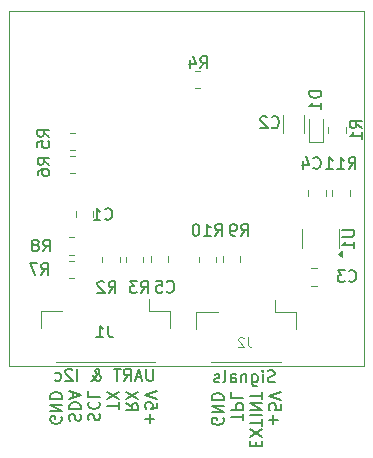
<source format=gbr>
%TF.GenerationSoftware,KiCad,Pcbnew,8.0.6+1*%
%TF.CreationDate,2025-01-11T17:58:48+00:00*%
%TF.ProjectId,TFGPSLITE02,54464750-534c-4495-9445-30322e6b6963,rev?*%
%TF.SameCoordinates,Original*%
%TF.FileFunction,Legend,Bot*%
%TF.FilePolarity,Positive*%
%FSLAX46Y46*%
G04 Gerber Fmt 4.6, Leading zero omitted, Abs format (unit mm)*
G04 Created by KiCad (PCBNEW 8.0.6+1) date 2025-01-11 17:58:48*
%MOMM*%
%LPD*%
G01*
G04 APERTURE LIST*
%ADD10C,0.100000*%
%ADD11C,0.150000*%
%ADD12C,0.120000*%
G04 APERTURE END LIST*
D10*
X121020000Y-95000000D02*
X151020000Y-95000000D01*
X151020000Y-125000000D01*
X121020000Y-125000000D01*
X121020000Y-95000000D01*
D11*
X143350965Y-129948207D02*
X143350965Y-129186303D01*
X142970012Y-129567255D02*
X143731917Y-129567255D01*
X143970012Y-128233922D02*
X143970012Y-128710112D01*
X143970012Y-128710112D02*
X143493822Y-128757731D01*
X143493822Y-128757731D02*
X143541441Y-128710112D01*
X143541441Y-128710112D02*
X143589060Y-128614874D01*
X143589060Y-128614874D02*
X143589060Y-128376779D01*
X143589060Y-128376779D02*
X143541441Y-128281541D01*
X143541441Y-128281541D02*
X143493822Y-128233922D01*
X143493822Y-128233922D02*
X143398584Y-128186303D01*
X143398584Y-128186303D02*
X143160489Y-128186303D01*
X143160489Y-128186303D02*
X143065251Y-128233922D01*
X143065251Y-128233922D02*
X143017632Y-128281541D01*
X143017632Y-128281541D02*
X142970012Y-128376779D01*
X142970012Y-128376779D02*
X142970012Y-128614874D01*
X142970012Y-128614874D02*
X143017632Y-128710112D01*
X143017632Y-128710112D02*
X143065251Y-128757731D01*
X143970012Y-127900588D02*
X142970012Y-127567255D01*
X142970012Y-127567255D02*
X143970012Y-127233922D01*
X141883878Y-131805350D02*
X141883878Y-131472017D01*
X141360068Y-131329160D02*
X141360068Y-131805350D01*
X141360068Y-131805350D02*
X142360068Y-131805350D01*
X142360068Y-131805350D02*
X142360068Y-131329160D01*
X142360068Y-130995826D02*
X141360068Y-130329160D01*
X142360068Y-130329160D02*
X141360068Y-130995826D01*
X142360068Y-130091064D02*
X142360068Y-129519636D01*
X141360068Y-129805350D02*
X142360068Y-129805350D01*
X141360068Y-129186302D02*
X142360068Y-129186302D01*
X141360068Y-128710112D02*
X142360068Y-128710112D01*
X142360068Y-128710112D02*
X141360068Y-128138684D01*
X141360068Y-128138684D02*
X142360068Y-128138684D01*
X142360068Y-127805350D02*
X142360068Y-127233922D01*
X141360068Y-127519636D02*
X142360068Y-127519636D01*
X140750124Y-129614874D02*
X140750124Y-129043446D01*
X139750124Y-129329160D02*
X140750124Y-129329160D01*
X139750124Y-128710112D02*
X140750124Y-128710112D01*
X140750124Y-128710112D02*
X140750124Y-128329160D01*
X140750124Y-128329160D02*
X140702505Y-128233922D01*
X140702505Y-128233922D02*
X140654886Y-128186303D01*
X140654886Y-128186303D02*
X140559648Y-128138684D01*
X140559648Y-128138684D02*
X140416791Y-128138684D01*
X140416791Y-128138684D02*
X140321553Y-128186303D01*
X140321553Y-128186303D02*
X140273934Y-128233922D01*
X140273934Y-128233922D02*
X140226315Y-128329160D01*
X140226315Y-128329160D02*
X140226315Y-128710112D01*
X139750124Y-127233922D02*
X139750124Y-127710112D01*
X139750124Y-127710112D02*
X140750124Y-127710112D01*
X139092561Y-129424398D02*
X139140180Y-129519636D01*
X139140180Y-129519636D02*
X139140180Y-129662493D01*
X139140180Y-129662493D02*
X139092561Y-129805350D01*
X139092561Y-129805350D02*
X138997323Y-129900588D01*
X138997323Y-129900588D02*
X138902085Y-129948207D01*
X138902085Y-129948207D02*
X138711609Y-129995826D01*
X138711609Y-129995826D02*
X138568752Y-129995826D01*
X138568752Y-129995826D02*
X138378276Y-129948207D01*
X138378276Y-129948207D02*
X138283038Y-129900588D01*
X138283038Y-129900588D02*
X138187800Y-129805350D01*
X138187800Y-129805350D02*
X138140180Y-129662493D01*
X138140180Y-129662493D02*
X138140180Y-129567255D01*
X138140180Y-129567255D02*
X138187800Y-129424398D01*
X138187800Y-129424398D02*
X138235419Y-129376779D01*
X138235419Y-129376779D02*
X138568752Y-129376779D01*
X138568752Y-129376779D02*
X138568752Y-129567255D01*
X138140180Y-128948207D02*
X139140180Y-128948207D01*
X139140180Y-128948207D02*
X138140180Y-128376779D01*
X138140180Y-128376779D02*
X139140180Y-128376779D01*
X138140180Y-127900588D02*
X139140180Y-127900588D01*
X139140180Y-127900588D02*
X139140180Y-127662493D01*
X139140180Y-127662493D02*
X139092561Y-127519636D01*
X139092561Y-127519636D02*
X138997323Y-127424398D01*
X138997323Y-127424398D02*
X138902085Y-127376779D01*
X138902085Y-127376779D02*
X138711609Y-127329160D01*
X138711609Y-127329160D02*
X138568752Y-127329160D01*
X138568752Y-127329160D02*
X138378276Y-127376779D01*
X138378276Y-127376779D02*
X138283038Y-127424398D01*
X138283038Y-127424398D02*
X138187800Y-127519636D01*
X138187800Y-127519636D02*
X138140180Y-127662493D01*
X138140180Y-127662493D02*
X138140180Y-127900588D01*
X132890853Y-129848207D02*
X132890853Y-129086303D01*
X132509900Y-129467255D02*
X133271805Y-129467255D01*
X133509900Y-128133922D02*
X133509900Y-128610112D01*
X133509900Y-128610112D02*
X133033710Y-128657731D01*
X133033710Y-128657731D02*
X133081329Y-128610112D01*
X133081329Y-128610112D02*
X133128948Y-128514874D01*
X133128948Y-128514874D02*
X133128948Y-128276779D01*
X133128948Y-128276779D02*
X133081329Y-128181541D01*
X133081329Y-128181541D02*
X133033710Y-128133922D01*
X133033710Y-128133922D02*
X132938472Y-128086303D01*
X132938472Y-128086303D02*
X132700377Y-128086303D01*
X132700377Y-128086303D02*
X132605139Y-128133922D01*
X132605139Y-128133922D02*
X132557520Y-128181541D01*
X132557520Y-128181541D02*
X132509900Y-128276779D01*
X132509900Y-128276779D02*
X132509900Y-128514874D01*
X132509900Y-128514874D02*
X132557520Y-128610112D01*
X132557520Y-128610112D02*
X132605139Y-128657731D01*
X133509900Y-127800588D02*
X132509900Y-127467255D01*
X132509900Y-127467255D02*
X133509900Y-127133922D01*
X130899956Y-128181541D02*
X131376147Y-128514874D01*
X130899956Y-128752969D02*
X131899956Y-128752969D01*
X131899956Y-128752969D02*
X131899956Y-128372017D01*
X131899956Y-128372017D02*
X131852337Y-128276779D01*
X131852337Y-128276779D02*
X131804718Y-128229160D01*
X131804718Y-128229160D02*
X131709480Y-128181541D01*
X131709480Y-128181541D02*
X131566623Y-128181541D01*
X131566623Y-128181541D02*
X131471385Y-128229160D01*
X131471385Y-128229160D02*
X131423766Y-128276779D01*
X131423766Y-128276779D02*
X131376147Y-128372017D01*
X131376147Y-128372017D02*
X131376147Y-128752969D01*
X131899956Y-127848207D02*
X130899956Y-127181541D01*
X131899956Y-127181541D02*
X130899956Y-127848207D01*
X130290012Y-128657731D02*
X130290012Y-128086303D01*
X129290012Y-128372017D02*
X130290012Y-128372017D01*
X130290012Y-127848207D02*
X129290012Y-127181541D01*
X130290012Y-127181541D02*
X129290012Y-127848207D01*
X127727688Y-129610112D02*
X127680068Y-129467255D01*
X127680068Y-129467255D02*
X127680068Y-129229160D01*
X127680068Y-129229160D02*
X127727688Y-129133922D01*
X127727688Y-129133922D02*
X127775307Y-129086303D01*
X127775307Y-129086303D02*
X127870545Y-129038684D01*
X127870545Y-129038684D02*
X127965783Y-129038684D01*
X127965783Y-129038684D02*
X128061021Y-129086303D01*
X128061021Y-129086303D02*
X128108640Y-129133922D01*
X128108640Y-129133922D02*
X128156259Y-129229160D01*
X128156259Y-129229160D02*
X128203878Y-129419636D01*
X128203878Y-129419636D02*
X128251497Y-129514874D01*
X128251497Y-129514874D02*
X128299116Y-129562493D01*
X128299116Y-129562493D02*
X128394354Y-129610112D01*
X128394354Y-129610112D02*
X128489592Y-129610112D01*
X128489592Y-129610112D02*
X128584830Y-129562493D01*
X128584830Y-129562493D02*
X128632449Y-129514874D01*
X128632449Y-129514874D02*
X128680068Y-129419636D01*
X128680068Y-129419636D02*
X128680068Y-129181541D01*
X128680068Y-129181541D02*
X128632449Y-129038684D01*
X127775307Y-128038684D02*
X127727688Y-128086303D01*
X127727688Y-128086303D02*
X127680068Y-128229160D01*
X127680068Y-128229160D02*
X127680068Y-128324398D01*
X127680068Y-128324398D02*
X127727688Y-128467255D01*
X127727688Y-128467255D02*
X127822926Y-128562493D01*
X127822926Y-128562493D02*
X127918164Y-128610112D01*
X127918164Y-128610112D02*
X128108640Y-128657731D01*
X128108640Y-128657731D02*
X128251497Y-128657731D01*
X128251497Y-128657731D02*
X128441973Y-128610112D01*
X128441973Y-128610112D02*
X128537211Y-128562493D01*
X128537211Y-128562493D02*
X128632449Y-128467255D01*
X128632449Y-128467255D02*
X128680068Y-128324398D01*
X128680068Y-128324398D02*
X128680068Y-128229160D01*
X128680068Y-128229160D02*
X128632449Y-128086303D01*
X128632449Y-128086303D02*
X128584830Y-128038684D01*
X127680068Y-127133922D02*
X127680068Y-127610112D01*
X127680068Y-127610112D02*
X128680068Y-127610112D01*
X126117744Y-129657731D02*
X126070124Y-129514874D01*
X126070124Y-129514874D02*
X126070124Y-129276779D01*
X126070124Y-129276779D02*
X126117744Y-129181541D01*
X126117744Y-129181541D02*
X126165363Y-129133922D01*
X126165363Y-129133922D02*
X126260601Y-129086303D01*
X126260601Y-129086303D02*
X126355839Y-129086303D01*
X126355839Y-129086303D02*
X126451077Y-129133922D01*
X126451077Y-129133922D02*
X126498696Y-129181541D01*
X126498696Y-129181541D02*
X126546315Y-129276779D01*
X126546315Y-129276779D02*
X126593934Y-129467255D01*
X126593934Y-129467255D02*
X126641553Y-129562493D01*
X126641553Y-129562493D02*
X126689172Y-129610112D01*
X126689172Y-129610112D02*
X126784410Y-129657731D01*
X126784410Y-129657731D02*
X126879648Y-129657731D01*
X126879648Y-129657731D02*
X126974886Y-129610112D01*
X126974886Y-129610112D02*
X127022505Y-129562493D01*
X127022505Y-129562493D02*
X127070124Y-129467255D01*
X127070124Y-129467255D02*
X127070124Y-129229160D01*
X127070124Y-129229160D02*
X127022505Y-129086303D01*
X126070124Y-128657731D02*
X127070124Y-128657731D01*
X127070124Y-128657731D02*
X127070124Y-128419636D01*
X127070124Y-128419636D02*
X127022505Y-128276779D01*
X127022505Y-128276779D02*
X126927267Y-128181541D01*
X126927267Y-128181541D02*
X126832029Y-128133922D01*
X126832029Y-128133922D02*
X126641553Y-128086303D01*
X126641553Y-128086303D02*
X126498696Y-128086303D01*
X126498696Y-128086303D02*
X126308220Y-128133922D01*
X126308220Y-128133922D02*
X126212982Y-128181541D01*
X126212982Y-128181541D02*
X126117744Y-128276779D01*
X126117744Y-128276779D02*
X126070124Y-128419636D01*
X126070124Y-128419636D02*
X126070124Y-128657731D01*
X126355839Y-127705350D02*
X126355839Y-127229160D01*
X126070124Y-127800588D02*
X127070124Y-127467255D01*
X127070124Y-127467255D02*
X126070124Y-127133922D01*
X125412561Y-129324398D02*
X125460180Y-129419636D01*
X125460180Y-129419636D02*
X125460180Y-129562493D01*
X125460180Y-129562493D02*
X125412561Y-129705350D01*
X125412561Y-129705350D02*
X125317323Y-129800588D01*
X125317323Y-129800588D02*
X125222085Y-129848207D01*
X125222085Y-129848207D02*
X125031609Y-129895826D01*
X125031609Y-129895826D02*
X124888752Y-129895826D01*
X124888752Y-129895826D02*
X124698276Y-129848207D01*
X124698276Y-129848207D02*
X124603038Y-129800588D01*
X124603038Y-129800588D02*
X124507800Y-129705350D01*
X124507800Y-129705350D02*
X124460180Y-129562493D01*
X124460180Y-129562493D02*
X124460180Y-129467255D01*
X124460180Y-129467255D02*
X124507800Y-129324398D01*
X124507800Y-129324398D02*
X124555419Y-129276779D01*
X124555419Y-129276779D02*
X124888752Y-129276779D01*
X124888752Y-129276779D02*
X124888752Y-129467255D01*
X124460180Y-128848207D02*
X125460180Y-128848207D01*
X125460180Y-128848207D02*
X124460180Y-128276779D01*
X124460180Y-128276779D02*
X125460180Y-128276779D01*
X124460180Y-127800588D02*
X125460180Y-127800588D01*
X125460180Y-127800588D02*
X125460180Y-127562493D01*
X125460180Y-127562493D02*
X125412561Y-127419636D01*
X125412561Y-127419636D02*
X125317323Y-127324398D01*
X125317323Y-127324398D02*
X125222085Y-127276779D01*
X125222085Y-127276779D02*
X125031609Y-127229160D01*
X125031609Y-127229160D02*
X124888752Y-127229160D01*
X124888752Y-127229160D02*
X124698276Y-127276779D01*
X124698276Y-127276779D02*
X124603038Y-127324398D01*
X124603038Y-127324398D02*
X124507800Y-127419636D01*
X124507800Y-127419636D02*
X124460180Y-127562493D01*
X124460180Y-127562493D02*
X124460180Y-127800588D01*
X133183220Y-125259819D02*
X133183220Y-126069342D01*
X133183220Y-126069342D02*
X133135601Y-126164580D01*
X133135601Y-126164580D02*
X133087982Y-126212200D01*
X133087982Y-126212200D02*
X132992744Y-126259819D01*
X132992744Y-126259819D02*
X132802268Y-126259819D01*
X132802268Y-126259819D02*
X132707030Y-126212200D01*
X132707030Y-126212200D02*
X132659411Y-126164580D01*
X132659411Y-126164580D02*
X132611792Y-126069342D01*
X132611792Y-126069342D02*
X132611792Y-125259819D01*
X132183220Y-125974104D02*
X131707030Y-125974104D01*
X132278458Y-126259819D02*
X131945125Y-125259819D01*
X131945125Y-125259819D02*
X131611792Y-126259819D01*
X130707030Y-126259819D02*
X131040363Y-125783628D01*
X131278458Y-126259819D02*
X131278458Y-125259819D01*
X131278458Y-125259819D02*
X130897506Y-125259819D01*
X130897506Y-125259819D02*
X130802268Y-125307438D01*
X130802268Y-125307438D02*
X130754649Y-125355057D01*
X130754649Y-125355057D02*
X130707030Y-125450295D01*
X130707030Y-125450295D02*
X130707030Y-125593152D01*
X130707030Y-125593152D02*
X130754649Y-125688390D01*
X130754649Y-125688390D02*
X130802268Y-125736009D01*
X130802268Y-125736009D02*
X130897506Y-125783628D01*
X130897506Y-125783628D02*
X131278458Y-125783628D01*
X130421315Y-125259819D02*
X129849887Y-125259819D01*
X130135601Y-126259819D02*
X130135601Y-125259819D01*
X127945124Y-126259819D02*
X127992744Y-126259819D01*
X127992744Y-126259819D02*
X128087982Y-126212200D01*
X128087982Y-126212200D02*
X128230839Y-126069342D01*
X128230839Y-126069342D02*
X128468934Y-125783628D01*
X128468934Y-125783628D02*
X128564172Y-125640771D01*
X128564172Y-125640771D02*
X128611791Y-125497914D01*
X128611791Y-125497914D02*
X128611791Y-125402676D01*
X128611791Y-125402676D02*
X128564172Y-125307438D01*
X128564172Y-125307438D02*
X128468934Y-125259819D01*
X128468934Y-125259819D02*
X128421315Y-125259819D01*
X128421315Y-125259819D02*
X128326077Y-125307438D01*
X128326077Y-125307438D02*
X128278458Y-125402676D01*
X128278458Y-125402676D02*
X128278458Y-125450295D01*
X128278458Y-125450295D02*
X128326077Y-125545533D01*
X128326077Y-125545533D02*
X128373696Y-125593152D01*
X128373696Y-125593152D02*
X128659410Y-125783628D01*
X128659410Y-125783628D02*
X128707029Y-125831247D01*
X128707029Y-125831247D02*
X128754648Y-125926485D01*
X128754648Y-125926485D02*
X128754648Y-126069342D01*
X128754648Y-126069342D02*
X128707029Y-126164580D01*
X128707029Y-126164580D02*
X128659410Y-126212200D01*
X128659410Y-126212200D02*
X128564172Y-126259819D01*
X128564172Y-126259819D02*
X128421315Y-126259819D01*
X128421315Y-126259819D02*
X128326077Y-126212200D01*
X128326077Y-126212200D02*
X128278458Y-126164580D01*
X128278458Y-126164580D02*
X128135601Y-125974104D01*
X128135601Y-125974104D02*
X128087982Y-125831247D01*
X128087982Y-125831247D02*
X128087982Y-125736009D01*
X126754648Y-126259819D02*
X126754648Y-125259819D01*
X126326077Y-125355057D02*
X126278458Y-125307438D01*
X126278458Y-125307438D02*
X126183220Y-125259819D01*
X126183220Y-125259819D02*
X125945125Y-125259819D01*
X125945125Y-125259819D02*
X125849887Y-125307438D01*
X125849887Y-125307438D02*
X125802268Y-125355057D01*
X125802268Y-125355057D02*
X125754649Y-125450295D01*
X125754649Y-125450295D02*
X125754649Y-125545533D01*
X125754649Y-125545533D02*
X125802268Y-125688390D01*
X125802268Y-125688390D02*
X126373696Y-126259819D01*
X126373696Y-126259819D02*
X125754649Y-126259819D01*
X124897506Y-126212200D02*
X124992744Y-126259819D01*
X124992744Y-126259819D02*
X125183220Y-126259819D01*
X125183220Y-126259819D02*
X125278458Y-126212200D01*
X125278458Y-126212200D02*
X125326077Y-126164580D01*
X125326077Y-126164580D02*
X125373696Y-126069342D01*
X125373696Y-126069342D02*
X125373696Y-125783628D01*
X125373696Y-125783628D02*
X125326077Y-125688390D01*
X125326077Y-125688390D02*
X125278458Y-125640771D01*
X125278458Y-125640771D02*
X125183220Y-125593152D01*
X125183220Y-125593152D02*
X124992744Y-125593152D01*
X124992744Y-125593152D02*
X124897506Y-125640771D01*
X143460839Y-126342200D02*
X143317982Y-126389819D01*
X143317982Y-126389819D02*
X143079887Y-126389819D01*
X143079887Y-126389819D02*
X142984649Y-126342200D01*
X142984649Y-126342200D02*
X142937030Y-126294580D01*
X142937030Y-126294580D02*
X142889411Y-126199342D01*
X142889411Y-126199342D02*
X142889411Y-126104104D01*
X142889411Y-126104104D02*
X142937030Y-126008866D01*
X142937030Y-126008866D02*
X142984649Y-125961247D01*
X142984649Y-125961247D02*
X143079887Y-125913628D01*
X143079887Y-125913628D02*
X143270363Y-125866009D01*
X143270363Y-125866009D02*
X143365601Y-125818390D01*
X143365601Y-125818390D02*
X143413220Y-125770771D01*
X143413220Y-125770771D02*
X143460839Y-125675533D01*
X143460839Y-125675533D02*
X143460839Y-125580295D01*
X143460839Y-125580295D02*
X143413220Y-125485057D01*
X143413220Y-125485057D02*
X143365601Y-125437438D01*
X143365601Y-125437438D02*
X143270363Y-125389819D01*
X143270363Y-125389819D02*
X143032268Y-125389819D01*
X143032268Y-125389819D02*
X142889411Y-125437438D01*
X142460839Y-126389819D02*
X142460839Y-125723152D01*
X142460839Y-125389819D02*
X142508458Y-125437438D01*
X142508458Y-125437438D02*
X142460839Y-125485057D01*
X142460839Y-125485057D02*
X142413220Y-125437438D01*
X142413220Y-125437438D02*
X142460839Y-125389819D01*
X142460839Y-125389819D02*
X142460839Y-125485057D01*
X141556078Y-125723152D02*
X141556078Y-126532676D01*
X141556078Y-126532676D02*
X141603697Y-126627914D01*
X141603697Y-126627914D02*
X141651316Y-126675533D01*
X141651316Y-126675533D02*
X141746554Y-126723152D01*
X141746554Y-126723152D02*
X141889411Y-126723152D01*
X141889411Y-126723152D02*
X141984649Y-126675533D01*
X141556078Y-126342200D02*
X141651316Y-126389819D01*
X141651316Y-126389819D02*
X141841792Y-126389819D01*
X141841792Y-126389819D02*
X141937030Y-126342200D01*
X141937030Y-126342200D02*
X141984649Y-126294580D01*
X141984649Y-126294580D02*
X142032268Y-126199342D01*
X142032268Y-126199342D02*
X142032268Y-125913628D01*
X142032268Y-125913628D02*
X141984649Y-125818390D01*
X141984649Y-125818390D02*
X141937030Y-125770771D01*
X141937030Y-125770771D02*
X141841792Y-125723152D01*
X141841792Y-125723152D02*
X141651316Y-125723152D01*
X141651316Y-125723152D02*
X141556078Y-125770771D01*
X141079887Y-125723152D02*
X141079887Y-126389819D01*
X141079887Y-125818390D02*
X141032268Y-125770771D01*
X141032268Y-125770771D02*
X140937030Y-125723152D01*
X140937030Y-125723152D02*
X140794173Y-125723152D01*
X140794173Y-125723152D02*
X140698935Y-125770771D01*
X140698935Y-125770771D02*
X140651316Y-125866009D01*
X140651316Y-125866009D02*
X140651316Y-126389819D01*
X139746554Y-126389819D02*
X139746554Y-125866009D01*
X139746554Y-125866009D02*
X139794173Y-125770771D01*
X139794173Y-125770771D02*
X139889411Y-125723152D01*
X139889411Y-125723152D02*
X140079887Y-125723152D01*
X140079887Y-125723152D02*
X140175125Y-125770771D01*
X139746554Y-126342200D02*
X139841792Y-126389819D01*
X139841792Y-126389819D02*
X140079887Y-126389819D01*
X140079887Y-126389819D02*
X140175125Y-126342200D01*
X140175125Y-126342200D02*
X140222744Y-126246961D01*
X140222744Y-126246961D02*
X140222744Y-126151723D01*
X140222744Y-126151723D02*
X140175125Y-126056485D01*
X140175125Y-126056485D02*
X140079887Y-126008866D01*
X140079887Y-126008866D02*
X139841792Y-126008866D01*
X139841792Y-126008866D02*
X139746554Y-125961247D01*
X139127506Y-126389819D02*
X139222744Y-126342200D01*
X139222744Y-126342200D02*
X139270363Y-126246961D01*
X139270363Y-126246961D02*
X139270363Y-125389819D01*
X138794172Y-126342200D02*
X138698934Y-126389819D01*
X138698934Y-126389819D02*
X138508458Y-126389819D01*
X138508458Y-126389819D02*
X138413220Y-126342200D01*
X138413220Y-126342200D02*
X138365601Y-126246961D01*
X138365601Y-126246961D02*
X138365601Y-126199342D01*
X138365601Y-126199342D02*
X138413220Y-126104104D01*
X138413220Y-126104104D02*
X138508458Y-126056485D01*
X138508458Y-126056485D02*
X138651315Y-126056485D01*
X138651315Y-126056485D02*
X138746553Y-126008866D01*
X138746553Y-126008866D02*
X138794172Y-125913628D01*
X138794172Y-125913628D02*
X138794172Y-125866009D01*
X138794172Y-125866009D02*
X138746553Y-125770771D01*
X138746553Y-125770771D02*
X138651315Y-125723152D01*
X138651315Y-125723152D02*
X138508458Y-125723152D01*
X138508458Y-125723152D02*
X138413220Y-125770771D01*
X129416666Y-118814819D02*
X129749999Y-118338628D01*
X129988094Y-118814819D02*
X129988094Y-117814819D01*
X129988094Y-117814819D02*
X129607142Y-117814819D01*
X129607142Y-117814819D02*
X129511904Y-117862438D01*
X129511904Y-117862438D02*
X129464285Y-117910057D01*
X129464285Y-117910057D02*
X129416666Y-118005295D01*
X129416666Y-118005295D02*
X129416666Y-118148152D01*
X129416666Y-118148152D02*
X129464285Y-118243390D01*
X129464285Y-118243390D02*
X129511904Y-118291009D01*
X129511904Y-118291009D02*
X129607142Y-118338628D01*
X129607142Y-118338628D02*
X129988094Y-118338628D01*
X129035713Y-117910057D02*
X128988094Y-117862438D01*
X128988094Y-117862438D02*
X128892856Y-117814819D01*
X128892856Y-117814819D02*
X128654761Y-117814819D01*
X128654761Y-117814819D02*
X128559523Y-117862438D01*
X128559523Y-117862438D02*
X128511904Y-117910057D01*
X128511904Y-117910057D02*
X128464285Y-118005295D01*
X128464285Y-118005295D02*
X128464285Y-118100533D01*
X128464285Y-118100533D02*
X128511904Y-118243390D01*
X128511904Y-118243390D02*
X129083332Y-118814819D01*
X129083332Y-118814819D02*
X128464285Y-118814819D01*
X134346666Y-118699580D02*
X134394285Y-118747200D01*
X134394285Y-118747200D02*
X134537142Y-118794819D01*
X134537142Y-118794819D02*
X134632380Y-118794819D01*
X134632380Y-118794819D02*
X134775237Y-118747200D01*
X134775237Y-118747200D02*
X134870475Y-118651961D01*
X134870475Y-118651961D02*
X134918094Y-118556723D01*
X134918094Y-118556723D02*
X134965713Y-118366247D01*
X134965713Y-118366247D02*
X134965713Y-118223390D01*
X134965713Y-118223390D02*
X134918094Y-118032914D01*
X134918094Y-118032914D02*
X134870475Y-117937676D01*
X134870475Y-117937676D02*
X134775237Y-117842438D01*
X134775237Y-117842438D02*
X134632380Y-117794819D01*
X134632380Y-117794819D02*
X134537142Y-117794819D01*
X134537142Y-117794819D02*
X134394285Y-117842438D01*
X134394285Y-117842438D02*
X134346666Y-117890057D01*
X133441904Y-117794819D02*
X133918094Y-117794819D01*
X133918094Y-117794819D02*
X133965713Y-118271009D01*
X133965713Y-118271009D02*
X133918094Y-118223390D01*
X133918094Y-118223390D02*
X133822856Y-118175771D01*
X133822856Y-118175771D02*
X133584761Y-118175771D01*
X133584761Y-118175771D02*
X133489523Y-118223390D01*
X133489523Y-118223390D02*
X133441904Y-118271009D01*
X133441904Y-118271009D02*
X133394285Y-118366247D01*
X133394285Y-118366247D02*
X133394285Y-118604342D01*
X133394285Y-118604342D02*
X133441904Y-118699580D01*
X133441904Y-118699580D02*
X133489523Y-118747200D01*
X133489523Y-118747200D02*
X133584761Y-118794819D01*
X133584761Y-118794819D02*
X133822856Y-118794819D01*
X133822856Y-118794819D02*
X133918094Y-118747200D01*
X133918094Y-118747200D02*
X133965713Y-118699580D01*
X140626666Y-113994819D02*
X140959999Y-113518628D01*
X141198094Y-113994819D02*
X141198094Y-112994819D01*
X141198094Y-112994819D02*
X140817142Y-112994819D01*
X140817142Y-112994819D02*
X140721904Y-113042438D01*
X140721904Y-113042438D02*
X140674285Y-113090057D01*
X140674285Y-113090057D02*
X140626666Y-113185295D01*
X140626666Y-113185295D02*
X140626666Y-113328152D01*
X140626666Y-113328152D02*
X140674285Y-113423390D01*
X140674285Y-113423390D02*
X140721904Y-113471009D01*
X140721904Y-113471009D02*
X140817142Y-113518628D01*
X140817142Y-113518628D02*
X141198094Y-113518628D01*
X140150475Y-113994819D02*
X139959999Y-113994819D01*
X139959999Y-113994819D02*
X139864761Y-113947200D01*
X139864761Y-113947200D02*
X139817142Y-113899580D01*
X139817142Y-113899580D02*
X139721904Y-113756723D01*
X139721904Y-113756723D02*
X139674285Y-113566247D01*
X139674285Y-113566247D02*
X139674285Y-113185295D01*
X139674285Y-113185295D02*
X139721904Y-113090057D01*
X139721904Y-113090057D02*
X139769523Y-113042438D01*
X139769523Y-113042438D02*
X139864761Y-112994819D01*
X139864761Y-112994819D02*
X140055237Y-112994819D01*
X140055237Y-112994819D02*
X140150475Y-113042438D01*
X140150475Y-113042438D02*
X140198094Y-113090057D01*
X140198094Y-113090057D02*
X140245713Y-113185295D01*
X140245713Y-113185295D02*
X140245713Y-113423390D01*
X140245713Y-113423390D02*
X140198094Y-113518628D01*
X140198094Y-113518628D02*
X140150475Y-113566247D01*
X140150475Y-113566247D02*
X140055237Y-113613866D01*
X140055237Y-113613866D02*
X139864761Y-113613866D01*
X139864761Y-113613866D02*
X139769523Y-113566247D01*
X139769523Y-113566247D02*
X139721904Y-113518628D01*
X139721904Y-113518628D02*
X139674285Y-113423390D01*
X124394819Y-107973333D02*
X123918628Y-107640000D01*
X124394819Y-107401905D02*
X123394819Y-107401905D01*
X123394819Y-107401905D02*
X123394819Y-107782857D01*
X123394819Y-107782857D02*
X123442438Y-107878095D01*
X123442438Y-107878095D02*
X123490057Y-107925714D01*
X123490057Y-107925714D02*
X123585295Y-107973333D01*
X123585295Y-107973333D02*
X123728152Y-107973333D01*
X123728152Y-107973333D02*
X123823390Y-107925714D01*
X123823390Y-107925714D02*
X123871009Y-107878095D01*
X123871009Y-107878095D02*
X123918628Y-107782857D01*
X123918628Y-107782857D02*
X123918628Y-107401905D01*
X123394819Y-108830476D02*
X123394819Y-108640000D01*
X123394819Y-108640000D02*
X123442438Y-108544762D01*
X123442438Y-108544762D02*
X123490057Y-108497143D01*
X123490057Y-108497143D02*
X123632914Y-108401905D01*
X123632914Y-108401905D02*
X123823390Y-108354286D01*
X123823390Y-108354286D02*
X124204342Y-108354286D01*
X124204342Y-108354286D02*
X124299580Y-108401905D01*
X124299580Y-108401905D02*
X124347200Y-108449524D01*
X124347200Y-108449524D02*
X124394819Y-108544762D01*
X124394819Y-108544762D02*
X124394819Y-108735238D01*
X124394819Y-108735238D02*
X124347200Y-108830476D01*
X124347200Y-108830476D02*
X124299580Y-108878095D01*
X124299580Y-108878095D02*
X124204342Y-108925714D01*
X124204342Y-108925714D02*
X123966247Y-108925714D01*
X123966247Y-108925714D02*
X123871009Y-108878095D01*
X123871009Y-108878095D02*
X123823390Y-108830476D01*
X123823390Y-108830476D02*
X123775771Y-108735238D01*
X123775771Y-108735238D02*
X123775771Y-108544762D01*
X123775771Y-108544762D02*
X123823390Y-108449524D01*
X123823390Y-108449524D02*
X123871009Y-108401905D01*
X123871009Y-108401905D02*
X123966247Y-108354286D01*
X124384819Y-105603333D02*
X123908628Y-105270000D01*
X124384819Y-105031905D02*
X123384819Y-105031905D01*
X123384819Y-105031905D02*
X123384819Y-105412857D01*
X123384819Y-105412857D02*
X123432438Y-105508095D01*
X123432438Y-105508095D02*
X123480057Y-105555714D01*
X123480057Y-105555714D02*
X123575295Y-105603333D01*
X123575295Y-105603333D02*
X123718152Y-105603333D01*
X123718152Y-105603333D02*
X123813390Y-105555714D01*
X123813390Y-105555714D02*
X123861009Y-105508095D01*
X123861009Y-105508095D02*
X123908628Y-105412857D01*
X123908628Y-105412857D02*
X123908628Y-105031905D01*
X123384819Y-106508095D02*
X123384819Y-106031905D01*
X123384819Y-106031905D02*
X123861009Y-105984286D01*
X123861009Y-105984286D02*
X123813390Y-106031905D01*
X123813390Y-106031905D02*
X123765771Y-106127143D01*
X123765771Y-106127143D02*
X123765771Y-106365238D01*
X123765771Y-106365238D02*
X123813390Y-106460476D01*
X123813390Y-106460476D02*
X123861009Y-106508095D01*
X123861009Y-106508095D02*
X123956247Y-106555714D01*
X123956247Y-106555714D02*
X124194342Y-106555714D01*
X124194342Y-106555714D02*
X124289580Y-106508095D01*
X124289580Y-106508095D02*
X124337200Y-106460476D01*
X124337200Y-106460476D02*
X124384819Y-106365238D01*
X124384819Y-106365238D02*
X124384819Y-106127143D01*
X124384819Y-106127143D02*
X124337200Y-106031905D01*
X124337200Y-106031905D02*
X124289580Y-105984286D01*
X132146666Y-118824819D02*
X132479999Y-118348628D01*
X132718094Y-118824819D02*
X132718094Y-117824819D01*
X132718094Y-117824819D02*
X132337142Y-117824819D01*
X132337142Y-117824819D02*
X132241904Y-117872438D01*
X132241904Y-117872438D02*
X132194285Y-117920057D01*
X132194285Y-117920057D02*
X132146666Y-118015295D01*
X132146666Y-118015295D02*
X132146666Y-118158152D01*
X132146666Y-118158152D02*
X132194285Y-118253390D01*
X132194285Y-118253390D02*
X132241904Y-118301009D01*
X132241904Y-118301009D02*
X132337142Y-118348628D01*
X132337142Y-118348628D02*
X132718094Y-118348628D01*
X131813332Y-117824819D02*
X131194285Y-117824819D01*
X131194285Y-117824819D02*
X131527618Y-118205771D01*
X131527618Y-118205771D02*
X131384761Y-118205771D01*
X131384761Y-118205771D02*
X131289523Y-118253390D01*
X131289523Y-118253390D02*
X131241904Y-118301009D01*
X131241904Y-118301009D02*
X131194285Y-118396247D01*
X131194285Y-118396247D02*
X131194285Y-118634342D01*
X131194285Y-118634342D02*
X131241904Y-118729580D01*
X131241904Y-118729580D02*
X131289523Y-118777200D01*
X131289523Y-118777200D02*
X131384761Y-118824819D01*
X131384761Y-118824819D02*
X131670475Y-118824819D01*
X131670475Y-118824819D02*
X131765713Y-118777200D01*
X131765713Y-118777200D02*
X131813332Y-118729580D01*
X150844819Y-104863333D02*
X150368628Y-104530000D01*
X150844819Y-104291905D02*
X149844819Y-104291905D01*
X149844819Y-104291905D02*
X149844819Y-104672857D01*
X149844819Y-104672857D02*
X149892438Y-104768095D01*
X149892438Y-104768095D02*
X149940057Y-104815714D01*
X149940057Y-104815714D02*
X150035295Y-104863333D01*
X150035295Y-104863333D02*
X150178152Y-104863333D01*
X150178152Y-104863333D02*
X150273390Y-104815714D01*
X150273390Y-104815714D02*
X150321009Y-104768095D01*
X150321009Y-104768095D02*
X150368628Y-104672857D01*
X150368628Y-104672857D02*
X150368628Y-104291905D01*
X150844819Y-105815714D02*
X150844819Y-105244286D01*
X150844819Y-105530000D02*
X149844819Y-105530000D01*
X149844819Y-105530000D02*
X149987676Y-105434762D01*
X149987676Y-105434762D02*
X150082914Y-105339524D01*
X150082914Y-105339524D02*
X150130533Y-105244286D01*
X149204819Y-113488095D02*
X150014342Y-113488095D01*
X150014342Y-113488095D02*
X150109580Y-113535714D01*
X150109580Y-113535714D02*
X150157200Y-113583333D01*
X150157200Y-113583333D02*
X150204819Y-113678571D01*
X150204819Y-113678571D02*
X150204819Y-113869047D01*
X150204819Y-113869047D02*
X150157200Y-113964285D01*
X150157200Y-113964285D02*
X150109580Y-114011904D01*
X150109580Y-114011904D02*
X150014342Y-114059523D01*
X150014342Y-114059523D02*
X149204819Y-114059523D01*
X150204819Y-115059523D02*
X150204819Y-114488095D01*
X150204819Y-114773809D02*
X149204819Y-114773809D01*
X149204819Y-114773809D02*
X149347676Y-114678571D01*
X149347676Y-114678571D02*
X149442914Y-114583333D01*
X149442914Y-114583333D02*
X149490533Y-114488095D01*
X129106666Y-112559580D02*
X129154285Y-112607200D01*
X129154285Y-112607200D02*
X129297142Y-112654819D01*
X129297142Y-112654819D02*
X129392380Y-112654819D01*
X129392380Y-112654819D02*
X129535237Y-112607200D01*
X129535237Y-112607200D02*
X129630475Y-112511961D01*
X129630475Y-112511961D02*
X129678094Y-112416723D01*
X129678094Y-112416723D02*
X129725713Y-112226247D01*
X129725713Y-112226247D02*
X129725713Y-112083390D01*
X129725713Y-112083390D02*
X129678094Y-111892914D01*
X129678094Y-111892914D02*
X129630475Y-111797676D01*
X129630475Y-111797676D02*
X129535237Y-111702438D01*
X129535237Y-111702438D02*
X129392380Y-111654819D01*
X129392380Y-111654819D02*
X129297142Y-111654819D01*
X129297142Y-111654819D02*
X129154285Y-111702438D01*
X129154285Y-111702438D02*
X129106666Y-111750057D01*
X128154285Y-112654819D02*
X128725713Y-112654819D01*
X128439999Y-112654819D02*
X128439999Y-111654819D01*
X128439999Y-111654819D02*
X128535237Y-111797676D01*
X128535237Y-111797676D02*
X128630475Y-111892914D01*
X128630475Y-111892914D02*
X128725713Y-111940533D01*
X138422857Y-113997319D02*
X138756190Y-113521128D01*
X138994285Y-113997319D02*
X138994285Y-112997319D01*
X138994285Y-112997319D02*
X138613333Y-112997319D01*
X138613333Y-112997319D02*
X138518095Y-113044938D01*
X138518095Y-113044938D02*
X138470476Y-113092557D01*
X138470476Y-113092557D02*
X138422857Y-113187795D01*
X138422857Y-113187795D02*
X138422857Y-113330652D01*
X138422857Y-113330652D02*
X138470476Y-113425890D01*
X138470476Y-113425890D02*
X138518095Y-113473509D01*
X138518095Y-113473509D02*
X138613333Y-113521128D01*
X138613333Y-113521128D02*
X138994285Y-113521128D01*
X137470476Y-113997319D02*
X138041904Y-113997319D01*
X137756190Y-113997319D02*
X137756190Y-112997319D01*
X137756190Y-112997319D02*
X137851428Y-113140176D01*
X137851428Y-113140176D02*
X137946666Y-113235414D01*
X137946666Y-113235414D02*
X138041904Y-113283033D01*
X136851428Y-112997319D02*
X136756190Y-112997319D01*
X136756190Y-112997319D02*
X136660952Y-113044938D01*
X136660952Y-113044938D02*
X136613333Y-113092557D01*
X136613333Y-113092557D02*
X136565714Y-113187795D01*
X136565714Y-113187795D02*
X136518095Y-113378271D01*
X136518095Y-113378271D02*
X136518095Y-113616366D01*
X136518095Y-113616366D02*
X136565714Y-113806842D01*
X136565714Y-113806842D02*
X136613333Y-113902080D01*
X136613333Y-113902080D02*
X136660952Y-113949700D01*
X136660952Y-113949700D02*
X136756190Y-113997319D01*
X136756190Y-113997319D02*
X136851428Y-113997319D01*
X136851428Y-113997319D02*
X136946666Y-113949700D01*
X136946666Y-113949700D02*
X136994285Y-113902080D01*
X136994285Y-113902080D02*
X137041904Y-113806842D01*
X137041904Y-113806842D02*
X137089523Y-113616366D01*
X137089523Y-113616366D02*
X137089523Y-113378271D01*
X137089523Y-113378271D02*
X137041904Y-113187795D01*
X137041904Y-113187795D02*
X136994285Y-113092557D01*
X136994285Y-113092557D02*
X136946666Y-113044938D01*
X136946666Y-113044938D02*
X136851428Y-112997319D01*
X123716666Y-117314819D02*
X124049999Y-116838628D01*
X124288094Y-117314819D02*
X124288094Y-116314819D01*
X124288094Y-116314819D02*
X123907142Y-116314819D01*
X123907142Y-116314819D02*
X123811904Y-116362438D01*
X123811904Y-116362438D02*
X123764285Y-116410057D01*
X123764285Y-116410057D02*
X123716666Y-116505295D01*
X123716666Y-116505295D02*
X123716666Y-116648152D01*
X123716666Y-116648152D02*
X123764285Y-116743390D01*
X123764285Y-116743390D02*
X123811904Y-116791009D01*
X123811904Y-116791009D02*
X123907142Y-116838628D01*
X123907142Y-116838628D02*
X124288094Y-116838628D01*
X123383332Y-116314819D02*
X122716666Y-116314819D01*
X122716666Y-116314819D02*
X123145237Y-117314819D01*
X137176666Y-99804819D02*
X137509999Y-99328628D01*
X137748094Y-99804819D02*
X137748094Y-98804819D01*
X137748094Y-98804819D02*
X137367142Y-98804819D01*
X137367142Y-98804819D02*
X137271904Y-98852438D01*
X137271904Y-98852438D02*
X137224285Y-98900057D01*
X137224285Y-98900057D02*
X137176666Y-98995295D01*
X137176666Y-98995295D02*
X137176666Y-99138152D01*
X137176666Y-99138152D02*
X137224285Y-99233390D01*
X137224285Y-99233390D02*
X137271904Y-99281009D01*
X137271904Y-99281009D02*
X137367142Y-99328628D01*
X137367142Y-99328628D02*
X137748094Y-99328628D01*
X136319523Y-99138152D02*
X136319523Y-99804819D01*
X136557618Y-98757200D02*
X136795713Y-99471485D01*
X136795713Y-99471485D02*
X136176666Y-99471485D01*
X146746666Y-108229580D02*
X146794285Y-108277200D01*
X146794285Y-108277200D02*
X146937142Y-108324819D01*
X146937142Y-108324819D02*
X147032380Y-108324819D01*
X147032380Y-108324819D02*
X147175237Y-108277200D01*
X147175237Y-108277200D02*
X147270475Y-108181961D01*
X147270475Y-108181961D02*
X147318094Y-108086723D01*
X147318094Y-108086723D02*
X147365713Y-107896247D01*
X147365713Y-107896247D02*
X147365713Y-107753390D01*
X147365713Y-107753390D02*
X147318094Y-107562914D01*
X147318094Y-107562914D02*
X147270475Y-107467676D01*
X147270475Y-107467676D02*
X147175237Y-107372438D01*
X147175237Y-107372438D02*
X147032380Y-107324819D01*
X147032380Y-107324819D02*
X146937142Y-107324819D01*
X146937142Y-107324819D02*
X146794285Y-107372438D01*
X146794285Y-107372438D02*
X146746666Y-107420057D01*
X145889523Y-107658152D02*
X145889523Y-108324819D01*
X146127618Y-107277200D02*
X146365713Y-107991485D01*
X146365713Y-107991485D02*
X145746666Y-107991485D01*
X147404819Y-101754405D02*
X146404819Y-101754405D01*
X146404819Y-101754405D02*
X146404819Y-101992500D01*
X146404819Y-101992500D02*
X146452438Y-102135357D01*
X146452438Y-102135357D02*
X146547676Y-102230595D01*
X146547676Y-102230595D02*
X146642914Y-102278214D01*
X146642914Y-102278214D02*
X146833390Y-102325833D01*
X146833390Y-102325833D02*
X146976247Y-102325833D01*
X146976247Y-102325833D02*
X147166723Y-102278214D01*
X147166723Y-102278214D02*
X147261961Y-102230595D01*
X147261961Y-102230595D02*
X147357200Y-102135357D01*
X147357200Y-102135357D02*
X147404819Y-101992500D01*
X147404819Y-101992500D02*
X147404819Y-101754405D01*
X147404819Y-103278214D02*
X147404819Y-102706786D01*
X147404819Y-102992500D02*
X146404819Y-102992500D01*
X146404819Y-102992500D02*
X146547676Y-102897262D01*
X146547676Y-102897262D02*
X146642914Y-102802024D01*
X146642914Y-102802024D02*
X146690533Y-102706786D01*
X149746666Y-117809580D02*
X149794285Y-117857200D01*
X149794285Y-117857200D02*
X149937142Y-117904819D01*
X149937142Y-117904819D02*
X150032380Y-117904819D01*
X150032380Y-117904819D02*
X150175237Y-117857200D01*
X150175237Y-117857200D02*
X150270475Y-117761961D01*
X150270475Y-117761961D02*
X150318094Y-117666723D01*
X150318094Y-117666723D02*
X150365713Y-117476247D01*
X150365713Y-117476247D02*
X150365713Y-117333390D01*
X150365713Y-117333390D02*
X150318094Y-117142914D01*
X150318094Y-117142914D02*
X150270475Y-117047676D01*
X150270475Y-117047676D02*
X150175237Y-116952438D01*
X150175237Y-116952438D02*
X150032380Y-116904819D01*
X150032380Y-116904819D02*
X149937142Y-116904819D01*
X149937142Y-116904819D02*
X149794285Y-116952438D01*
X149794285Y-116952438D02*
X149746666Y-117000057D01*
X149413332Y-116904819D02*
X148794285Y-116904819D01*
X148794285Y-116904819D02*
X149127618Y-117285771D01*
X149127618Y-117285771D02*
X148984761Y-117285771D01*
X148984761Y-117285771D02*
X148889523Y-117333390D01*
X148889523Y-117333390D02*
X148841904Y-117381009D01*
X148841904Y-117381009D02*
X148794285Y-117476247D01*
X148794285Y-117476247D02*
X148794285Y-117714342D01*
X148794285Y-117714342D02*
X148841904Y-117809580D01*
X148841904Y-117809580D02*
X148889523Y-117857200D01*
X148889523Y-117857200D02*
X148984761Y-117904819D01*
X148984761Y-117904819D02*
X149270475Y-117904819D01*
X149270475Y-117904819D02*
X149365713Y-117857200D01*
X149365713Y-117857200D02*
X149413332Y-117809580D01*
X129383333Y-121594819D02*
X129383333Y-122309104D01*
X129383333Y-122309104D02*
X129430952Y-122451961D01*
X129430952Y-122451961D02*
X129526190Y-122547200D01*
X129526190Y-122547200D02*
X129669047Y-122594819D01*
X129669047Y-122594819D02*
X129764285Y-122594819D01*
X128383333Y-122594819D02*
X128954761Y-122594819D01*
X128669047Y-122594819D02*
X128669047Y-121594819D01*
X128669047Y-121594819D02*
X128764285Y-121737676D01*
X128764285Y-121737676D02*
X128859523Y-121832914D01*
X128859523Y-121832914D02*
X128954761Y-121880533D01*
X123866666Y-115314819D02*
X124199999Y-114838628D01*
X124438094Y-115314819D02*
X124438094Y-114314819D01*
X124438094Y-114314819D02*
X124057142Y-114314819D01*
X124057142Y-114314819D02*
X123961904Y-114362438D01*
X123961904Y-114362438D02*
X123914285Y-114410057D01*
X123914285Y-114410057D02*
X123866666Y-114505295D01*
X123866666Y-114505295D02*
X123866666Y-114648152D01*
X123866666Y-114648152D02*
X123914285Y-114743390D01*
X123914285Y-114743390D02*
X123961904Y-114791009D01*
X123961904Y-114791009D02*
X124057142Y-114838628D01*
X124057142Y-114838628D02*
X124438094Y-114838628D01*
X123295237Y-114743390D02*
X123390475Y-114695771D01*
X123390475Y-114695771D02*
X123438094Y-114648152D01*
X123438094Y-114648152D02*
X123485713Y-114552914D01*
X123485713Y-114552914D02*
X123485713Y-114505295D01*
X123485713Y-114505295D02*
X123438094Y-114410057D01*
X123438094Y-114410057D02*
X123390475Y-114362438D01*
X123390475Y-114362438D02*
X123295237Y-114314819D01*
X123295237Y-114314819D02*
X123104761Y-114314819D01*
X123104761Y-114314819D02*
X123009523Y-114362438D01*
X123009523Y-114362438D02*
X122961904Y-114410057D01*
X122961904Y-114410057D02*
X122914285Y-114505295D01*
X122914285Y-114505295D02*
X122914285Y-114552914D01*
X122914285Y-114552914D02*
X122961904Y-114648152D01*
X122961904Y-114648152D02*
X123009523Y-114695771D01*
X123009523Y-114695771D02*
X123104761Y-114743390D01*
X123104761Y-114743390D02*
X123295237Y-114743390D01*
X123295237Y-114743390D02*
X123390475Y-114791009D01*
X123390475Y-114791009D02*
X123438094Y-114838628D01*
X123438094Y-114838628D02*
X123485713Y-114933866D01*
X123485713Y-114933866D02*
X123485713Y-115124342D01*
X123485713Y-115124342D02*
X123438094Y-115219580D01*
X123438094Y-115219580D02*
X123390475Y-115267200D01*
X123390475Y-115267200D02*
X123295237Y-115314819D01*
X123295237Y-115314819D02*
X123104761Y-115314819D01*
X123104761Y-115314819D02*
X123009523Y-115267200D01*
X123009523Y-115267200D02*
X122961904Y-115219580D01*
X122961904Y-115219580D02*
X122914285Y-115124342D01*
X122914285Y-115124342D02*
X122914285Y-114933866D01*
X122914285Y-114933866D02*
X122961904Y-114838628D01*
X122961904Y-114838628D02*
X123009523Y-114791009D01*
X123009523Y-114791009D02*
X123104761Y-114743390D01*
D10*
X141176666Y-122574895D02*
X141176666Y-123146323D01*
X141176666Y-123146323D02*
X141214761Y-123260609D01*
X141214761Y-123260609D02*
X141290952Y-123336800D01*
X141290952Y-123336800D02*
X141405237Y-123374895D01*
X141405237Y-123374895D02*
X141481428Y-123374895D01*
X140833809Y-122651085D02*
X140795713Y-122612990D01*
X140795713Y-122612990D02*
X140719523Y-122574895D01*
X140719523Y-122574895D02*
X140529047Y-122574895D01*
X140529047Y-122574895D02*
X140452856Y-122612990D01*
X140452856Y-122612990D02*
X140414761Y-122651085D01*
X140414761Y-122651085D02*
X140376666Y-122727276D01*
X140376666Y-122727276D02*
X140376666Y-122803466D01*
X140376666Y-122803466D02*
X140414761Y-122917752D01*
X140414761Y-122917752D02*
X140871904Y-123374895D01*
X140871904Y-123374895D02*
X140376666Y-123374895D01*
D11*
X143206666Y-104779580D02*
X143254285Y-104827200D01*
X143254285Y-104827200D02*
X143397142Y-104874819D01*
X143397142Y-104874819D02*
X143492380Y-104874819D01*
X143492380Y-104874819D02*
X143635237Y-104827200D01*
X143635237Y-104827200D02*
X143730475Y-104731961D01*
X143730475Y-104731961D02*
X143778094Y-104636723D01*
X143778094Y-104636723D02*
X143825713Y-104446247D01*
X143825713Y-104446247D02*
X143825713Y-104303390D01*
X143825713Y-104303390D02*
X143778094Y-104112914D01*
X143778094Y-104112914D02*
X143730475Y-104017676D01*
X143730475Y-104017676D02*
X143635237Y-103922438D01*
X143635237Y-103922438D02*
X143492380Y-103874819D01*
X143492380Y-103874819D02*
X143397142Y-103874819D01*
X143397142Y-103874819D02*
X143254285Y-103922438D01*
X143254285Y-103922438D02*
X143206666Y-103970057D01*
X142825713Y-103970057D02*
X142778094Y-103922438D01*
X142778094Y-103922438D02*
X142682856Y-103874819D01*
X142682856Y-103874819D02*
X142444761Y-103874819D01*
X142444761Y-103874819D02*
X142349523Y-103922438D01*
X142349523Y-103922438D02*
X142301904Y-103970057D01*
X142301904Y-103970057D02*
X142254285Y-104065295D01*
X142254285Y-104065295D02*
X142254285Y-104160533D01*
X142254285Y-104160533D02*
X142301904Y-104303390D01*
X142301904Y-104303390D02*
X142873332Y-104874819D01*
X142873332Y-104874819D02*
X142254285Y-104874819D01*
X149732857Y-108344819D02*
X150066190Y-107868628D01*
X150304285Y-108344819D02*
X150304285Y-107344819D01*
X150304285Y-107344819D02*
X149923333Y-107344819D01*
X149923333Y-107344819D02*
X149828095Y-107392438D01*
X149828095Y-107392438D02*
X149780476Y-107440057D01*
X149780476Y-107440057D02*
X149732857Y-107535295D01*
X149732857Y-107535295D02*
X149732857Y-107678152D01*
X149732857Y-107678152D02*
X149780476Y-107773390D01*
X149780476Y-107773390D02*
X149828095Y-107821009D01*
X149828095Y-107821009D02*
X149923333Y-107868628D01*
X149923333Y-107868628D02*
X150304285Y-107868628D01*
X148780476Y-108344819D02*
X149351904Y-108344819D01*
X149066190Y-108344819D02*
X149066190Y-107344819D01*
X149066190Y-107344819D02*
X149161428Y-107487676D01*
X149161428Y-107487676D02*
X149256666Y-107582914D01*
X149256666Y-107582914D02*
X149351904Y-107630533D01*
X147828095Y-108344819D02*
X148399523Y-108344819D01*
X148113809Y-108344819D02*
X148113809Y-107344819D01*
X148113809Y-107344819D02*
X148209047Y-107487676D01*
X148209047Y-107487676D02*
X148304285Y-107582914D01*
X148304285Y-107582914D02*
X148399523Y-107630533D01*
D12*
%TO.C,R2*%
X128875000Y-116207064D02*
X128875000Y-115752936D01*
X130345000Y-116207064D02*
X130345000Y-115752936D01*
%TO.C,C5*%
X133005000Y-116251252D02*
X133005000Y-115728748D01*
X134475000Y-116251252D02*
X134475000Y-115728748D01*
%TO.C,R9*%
X139105000Y-115740436D02*
X139105000Y-116194564D01*
X140575000Y-115740436D02*
X140575000Y-116194564D01*
%TO.C,R6*%
X126587064Y-107205000D02*
X126132936Y-107205000D01*
X126587064Y-108675000D02*
X126132936Y-108675000D01*
%TO.C,R5*%
X126577064Y-105295000D02*
X126122936Y-105295000D01*
X126577064Y-106765000D02*
X126122936Y-106765000D01*
%TO.C,R3*%
X130885000Y-116207064D02*
X130885000Y-115752936D01*
X132355000Y-116207064D02*
X132355000Y-115752936D01*
%TO.C,R1*%
X148005000Y-104802936D02*
X148005000Y-105257064D01*
X149475000Y-104802936D02*
X149475000Y-105257064D01*
%TO.C,U1*%
X145792500Y-113405000D02*
X145792500Y-114205000D01*
X145792500Y-115005000D02*
X145792500Y-114205000D01*
X148912500Y-113405000D02*
X148912500Y-114205000D01*
X148912500Y-115005000D02*
X148912500Y-114205000D01*
X149192500Y-115745000D02*
X148862500Y-115505000D01*
X149192500Y-115265000D01*
X149192500Y-115745000D01*
G36*
X149192500Y-115745000D02*
G01*
X148862500Y-115505000D01*
X149192500Y-115265000D01*
X149192500Y-115745000D01*
G37*
%TO.C,C1*%
X126615000Y-111888748D02*
X126615000Y-112411252D01*
X128085000Y-111888748D02*
X128085000Y-112411252D01*
%TO.C,R10*%
X137075000Y-115745436D02*
X137075000Y-116199564D01*
X138545000Y-115745436D02*
X138545000Y-116199564D01*
%TO.C,R7*%
X126052936Y-116135000D02*
X126507064Y-116135000D01*
X126052936Y-117605000D02*
X126507064Y-117605000D01*
%TO.C,R4*%
X136702936Y-100005000D02*
X137157064Y-100005000D01*
X136702936Y-101475000D02*
X137157064Y-101475000D01*
%TO.C,C4*%
X146335000Y-110083748D02*
X146335000Y-110606252D01*
X147805000Y-110083748D02*
X147805000Y-110606252D01*
%TO.C,D1*%
X146350000Y-106030000D02*
X146350000Y-104070000D01*
X146350000Y-106030000D02*
X147550000Y-106030000D01*
X147550000Y-106030000D02*
X147550000Y-104070000D01*
%TO.C,C3*%
X147083752Y-116730000D02*
X146561248Y-116730000D01*
X147083752Y-118200000D02*
X146561248Y-118200000D01*
%TO.C,J1*%
X123655000Y-120370000D02*
X123655000Y-121820000D01*
X124925000Y-124640000D02*
X133355000Y-124640000D01*
X125455000Y-120370000D02*
X123655000Y-120370000D01*
X132825000Y-119380000D02*
X132825000Y-120370000D01*
X132825000Y-120370000D02*
X134625000Y-120370000D01*
X134625000Y-120370000D02*
X134625000Y-121820000D01*
%TO.C,R8*%
X126062936Y-114135000D02*
X126517064Y-114135000D01*
X126062936Y-115605000D02*
X126517064Y-115605000D01*
%TO.C,J2*%
X136835000Y-120410000D02*
X136835000Y-121860000D01*
X138105000Y-124680000D02*
X144035000Y-124680000D01*
X138635000Y-120410000D02*
X136835000Y-120410000D01*
X143505000Y-119420000D02*
X143505000Y-120410000D01*
X143505000Y-120410000D02*
X145305000Y-120410000D01*
X145305000Y-120410000D02*
X145305000Y-121860000D01*
%TO.C,C2*%
X144140000Y-103792936D02*
X144140000Y-105247064D01*
X145960000Y-103792936D02*
X145960000Y-105247064D01*
%TO.C,R11*%
X148355000Y-110137936D02*
X148355000Y-110592064D01*
X149825000Y-110137936D02*
X149825000Y-110592064D01*
%TD*%
M02*

</source>
